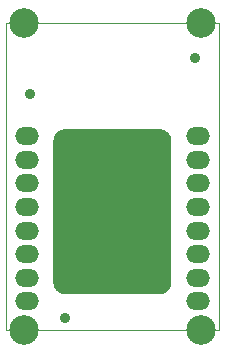
<source format=gbr>
G04 #@! TF.GenerationSoftware,KiCad,Pcbnew,6.0.10+dfsg-1~bpo11+1*
G04 #@! TF.ProjectId,mag,6d61672e-6b69-4636-9164-5f7063625858,rev?*
G04 #@! TF.SameCoordinates,Original*
G04 #@! TF.FileFunction,Soldermask,Bot*
G04 #@! TF.FilePolarity,Negative*
%FSLAX46Y46*%
G04 Gerber Fmt 4.6, Leading zero omitted, Abs format (unit mm)*
%MOMM*%
%LPD*%
G01*
G04 APERTURE LIST*
G04 #@! TA.AperFunction,Profile*
%ADD10C,0.120000*%
G04 #@! TD*
%ADD11C,0.900000*%
%ADD12C,2.500000*%
%ADD13C,1.500000*%
%ADD14O,2.000000X1.500000*%
G04 APERTURE END LIST*
D10*
X126500000Y-100000000D02*
X144500000Y-100000000D01*
X144500000Y-100000000D02*
X144500000Y-126000000D01*
X144500000Y-126000000D02*
X126500000Y-126000000D01*
X126500000Y-126000000D02*
X126500000Y-100000000D01*
D11*
X142500000Y-103000000D03*
X131500000Y-125000000D03*
X128500000Y-106000000D03*
D12*
X128000000Y-100000000D03*
X143000000Y-100000000D03*
X143000000Y-126000000D03*
X128000000Y-126000000D03*
D13*
X139500000Y-118000000D03*
X135500000Y-122000000D03*
X139500000Y-116000000D03*
X135500000Y-118000000D03*
X139500000Y-112000000D03*
X137500000Y-116000000D03*
X137500000Y-122000000D03*
X133500000Y-122000000D03*
X139500000Y-122000000D03*
X137500000Y-112000000D03*
X135500000Y-110000000D03*
X131500000Y-114000000D03*
X137500000Y-110000000D03*
X135500000Y-112000000D03*
X139500000Y-114000000D03*
X131500000Y-116000000D03*
X139500000Y-110000000D03*
X135500000Y-116000000D03*
X137500000Y-120000000D03*
X133500000Y-118000000D03*
X133500000Y-114000000D03*
X137500000Y-114000000D03*
X131500000Y-118000000D03*
X135500000Y-120000000D03*
X131500000Y-112000000D03*
X133500000Y-110000000D03*
G36*
G01*
X130500000Y-122000000D02*
X130500000Y-110000000D01*
G75*
G02*
X131500000Y-109000000I1000000J0D01*
G01*
X139500000Y-109000000D01*
G75*
G02*
X140500000Y-110000000I0J-1000000D01*
G01*
X140500000Y-122000000D01*
G75*
G02*
X139500000Y-123000000I-1000000J0D01*
G01*
X131500000Y-123000000D01*
G75*
G02*
X130500000Y-122000000I0J1000000D01*
G01*
G37*
X131500000Y-110000000D03*
X133500000Y-116000000D03*
X137500000Y-118000000D03*
X131500000Y-120000000D03*
X135500000Y-114000000D03*
X133500000Y-112000000D03*
X133500000Y-120000000D03*
X131500000Y-122000000D03*
X139500000Y-120000000D03*
D14*
X128250000Y-109600000D03*
X128250000Y-111600000D03*
X128250000Y-113600000D03*
X128250000Y-115600000D03*
X128250000Y-117600000D03*
X128250000Y-119600000D03*
X128250000Y-121600000D03*
X128250000Y-123600000D03*
X142750000Y-123600000D03*
X142750000Y-121600000D03*
X142750000Y-119600000D03*
X142750000Y-117600000D03*
X142750000Y-115600000D03*
X142750000Y-113600000D03*
X142750000Y-111600000D03*
X142750000Y-109600000D03*
M02*

</source>
